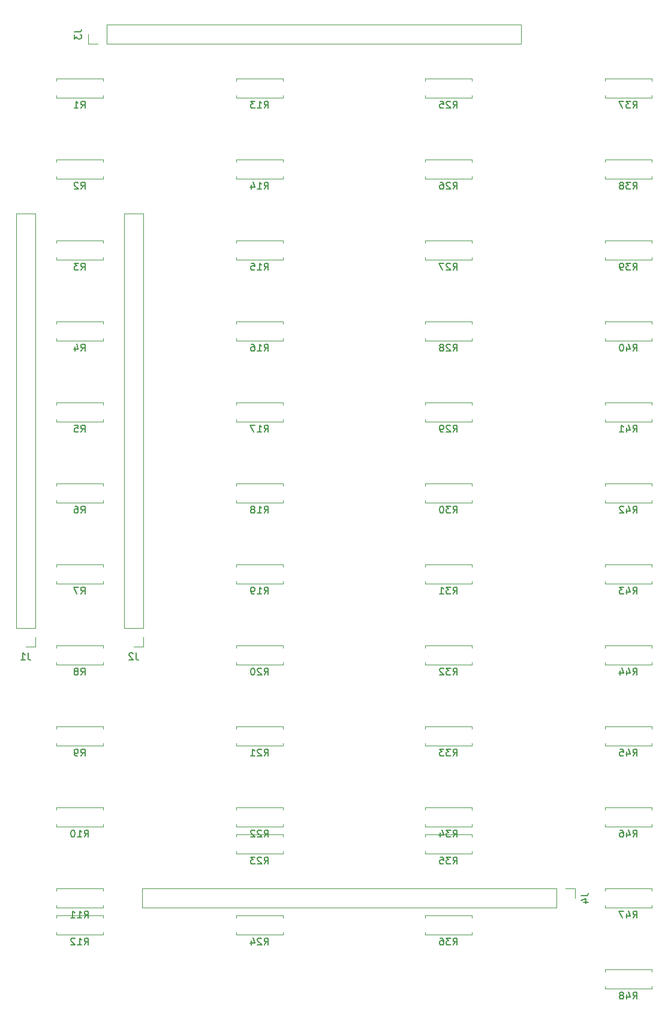
<source format=gbr>
G04 #@! TF.GenerationSoftware,KiCad,Pcbnew,(5.1.4)-1*
G04 #@! TF.CreationDate,2019-10-21T18:56:29-04:00*
G04 #@! TF.ProjectId,A-10C-CautionLED,412d3130-432d-4436-9175-74696f6e4c45,1*
G04 #@! TF.SameCoordinates,Original*
G04 #@! TF.FileFunction,Legend,Bot*
G04 #@! TF.FilePolarity,Positive*
%FSLAX46Y46*%
G04 Gerber Fmt 4.6, Leading zero omitted, Abs format (unit mm)*
G04 Created by KiCad (PCBNEW (5.1.4)-1) date 2019-10-21 18:56:29*
%MOMM*%
%LPD*%
G04 APERTURE LIST*
%ADD10C,0.120000*%
%ADD11C,0.150000*%
G04 APERTURE END LIST*
D10*
X52070000Y-119440000D02*
X53400000Y-119440000D01*
X53400000Y-119440000D02*
X53400000Y-118110000D01*
X53400000Y-116840000D02*
X53400000Y-58360000D01*
X50740000Y-58360000D02*
X53400000Y-58360000D01*
X50740000Y-116840000D02*
X50740000Y-58360000D01*
X50740000Y-116840000D02*
X53400000Y-116840000D01*
X65980000Y-116840000D02*
X68640000Y-116840000D01*
X65980000Y-116840000D02*
X65980000Y-58360000D01*
X65980000Y-58360000D02*
X68640000Y-58360000D01*
X68640000Y-116840000D02*
X68640000Y-58360000D01*
X68640000Y-119440000D02*
X68640000Y-118110000D01*
X67310000Y-119440000D02*
X68640000Y-119440000D01*
X60900000Y-33020000D02*
X60900000Y-34350000D01*
X60900000Y-34350000D02*
X62230000Y-34350000D01*
X63500000Y-34350000D02*
X121980000Y-34350000D01*
X121980000Y-31690000D02*
X121980000Y-34350000D01*
X63500000Y-31690000D02*
X121980000Y-31690000D01*
X63500000Y-31690000D02*
X63500000Y-34350000D01*
X127000000Y-156270000D02*
X127000000Y-153610000D01*
X127000000Y-156270000D02*
X68520000Y-156270000D01*
X68520000Y-156270000D02*
X68520000Y-153610000D01*
X127000000Y-153610000D02*
X68520000Y-153610000D01*
X129600000Y-153610000D02*
X128270000Y-153610000D01*
X129600000Y-154940000D02*
X129600000Y-153610000D01*
X62960000Y-39270000D02*
X62960000Y-39600000D01*
X56420000Y-39270000D02*
X62960000Y-39270000D01*
X56420000Y-39600000D02*
X56420000Y-39270000D01*
X62960000Y-42010000D02*
X62960000Y-41680000D01*
X56420000Y-42010000D02*
X62960000Y-42010000D01*
X56420000Y-41680000D02*
X56420000Y-42010000D01*
X62960000Y-50700000D02*
X62960000Y-51030000D01*
X56420000Y-50700000D02*
X62960000Y-50700000D01*
X56420000Y-51030000D02*
X56420000Y-50700000D01*
X62960000Y-53440000D02*
X62960000Y-53110000D01*
X56420000Y-53440000D02*
X62960000Y-53440000D01*
X56420000Y-53110000D02*
X56420000Y-53440000D01*
X56420000Y-64540000D02*
X56420000Y-64870000D01*
X56420000Y-64870000D02*
X62960000Y-64870000D01*
X62960000Y-64870000D02*
X62960000Y-64540000D01*
X56420000Y-62460000D02*
X56420000Y-62130000D01*
X56420000Y-62130000D02*
X62960000Y-62130000D01*
X62960000Y-62130000D02*
X62960000Y-62460000D01*
X56420000Y-75970000D02*
X56420000Y-76300000D01*
X56420000Y-76300000D02*
X62960000Y-76300000D01*
X62960000Y-76300000D02*
X62960000Y-75970000D01*
X56420000Y-73890000D02*
X56420000Y-73560000D01*
X56420000Y-73560000D02*
X62960000Y-73560000D01*
X62960000Y-73560000D02*
X62960000Y-73890000D01*
X56420000Y-87400000D02*
X56420000Y-87730000D01*
X56420000Y-87730000D02*
X62960000Y-87730000D01*
X62960000Y-87730000D02*
X62960000Y-87400000D01*
X56420000Y-85320000D02*
X56420000Y-84990000D01*
X56420000Y-84990000D02*
X62960000Y-84990000D01*
X62960000Y-84990000D02*
X62960000Y-85320000D01*
X56420000Y-98830000D02*
X56420000Y-99160000D01*
X56420000Y-99160000D02*
X62960000Y-99160000D01*
X62960000Y-99160000D02*
X62960000Y-98830000D01*
X56420000Y-96750000D02*
X56420000Y-96420000D01*
X56420000Y-96420000D02*
X62960000Y-96420000D01*
X62960000Y-96420000D02*
X62960000Y-96750000D01*
X56420000Y-110260000D02*
X56420000Y-110590000D01*
X56420000Y-110590000D02*
X62960000Y-110590000D01*
X62960000Y-110590000D02*
X62960000Y-110260000D01*
X56420000Y-108180000D02*
X56420000Y-107850000D01*
X56420000Y-107850000D02*
X62960000Y-107850000D01*
X62960000Y-107850000D02*
X62960000Y-108180000D01*
X56420000Y-121690000D02*
X56420000Y-122020000D01*
X56420000Y-122020000D02*
X62960000Y-122020000D01*
X62960000Y-122020000D02*
X62960000Y-121690000D01*
X56420000Y-119610000D02*
X56420000Y-119280000D01*
X56420000Y-119280000D02*
X62960000Y-119280000D01*
X62960000Y-119280000D02*
X62960000Y-119610000D01*
X56420000Y-133120000D02*
X56420000Y-133450000D01*
X56420000Y-133450000D02*
X62960000Y-133450000D01*
X62960000Y-133450000D02*
X62960000Y-133120000D01*
X56420000Y-131040000D02*
X56420000Y-130710000D01*
X56420000Y-130710000D02*
X62960000Y-130710000D01*
X62960000Y-130710000D02*
X62960000Y-131040000D01*
X62960000Y-142140000D02*
X62960000Y-142470000D01*
X56420000Y-142140000D02*
X62960000Y-142140000D01*
X56420000Y-142470000D02*
X56420000Y-142140000D01*
X62960000Y-144880000D02*
X62960000Y-144550000D01*
X56420000Y-144880000D02*
X62960000Y-144880000D01*
X56420000Y-144550000D02*
X56420000Y-144880000D01*
X56420000Y-155980000D02*
X56420000Y-156310000D01*
X56420000Y-156310000D02*
X62960000Y-156310000D01*
X62960000Y-156310000D02*
X62960000Y-155980000D01*
X56420000Y-153900000D02*
X56420000Y-153570000D01*
X56420000Y-153570000D02*
X62960000Y-153570000D01*
X62960000Y-153570000D02*
X62960000Y-153900000D01*
X62960000Y-157380000D02*
X62960000Y-157710000D01*
X56420000Y-157380000D02*
X62960000Y-157380000D01*
X56420000Y-157710000D02*
X56420000Y-157380000D01*
X62960000Y-160120000D02*
X62960000Y-159790000D01*
X56420000Y-160120000D02*
X62960000Y-160120000D01*
X56420000Y-159790000D02*
X56420000Y-160120000D01*
X81820000Y-41680000D02*
X81820000Y-42010000D01*
X81820000Y-42010000D02*
X88360000Y-42010000D01*
X88360000Y-42010000D02*
X88360000Y-41680000D01*
X81820000Y-39600000D02*
X81820000Y-39270000D01*
X81820000Y-39270000D02*
X88360000Y-39270000D01*
X88360000Y-39270000D02*
X88360000Y-39600000D01*
X81820000Y-53110000D02*
X81820000Y-53440000D01*
X81820000Y-53440000D02*
X88360000Y-53440000D01*
X88360000Y-53440000D02*
X88360000Y-53110000D01*
X81820000Y-51030000D02*
X81820000Y-50700000D01*
X81820000Y-50700000D02*
X88360000Y-50700000D01*
X88360000Y-50700000D02*
X88360000Y-51030000D01*
X88360000Y-62130000D02*
X88360000Y-62460000D01*
X81820000Y-62130000D02*
X88360000Y-62130000D01*
X81820000Y-62460000D02*
X81820000Y-62130000D01*
X88360000Y-64870000D02*
X88360000Y-64540000D01*
X81820000Y-64870000D02*
X88360000Y-64870000D01*
X81820000Y-64540000D02*
X81820000Y-64870000D01*
X81820000Y-75970000D02*
X81820000Y-76300000D01*
X81820000Y-76300000D02*
X88360000Y-76300000D01*
X88360000Y-76300000D02*
X88360000Y-75970000D01*
X81820000Y-73890000D02*
X81820000Y-73560000D01*
X81820000Y-73560000D02*
X88360000Y-73560000D01*
X88360000Y-73560000D02*
X88360000Y-73890000D01*
X88360000Y-84990000D02*
X88360000Y-85320000D01*
X81820000Y-84990000D02*
X88360000Y-84990000D01*
X81820000Y-85320000D02*
X81820000Y-84990000D01*
X88360000Y-87730000D02*
X88360000Y-87400000D01*
X81820000Y-87730000D02*
X88360000Y-87730000D01*
X81820000Y-87400000D02*
X81820000Y-87730000D01*
X88360000Y-96420000D02*
X88360000Y-96750000D01*
X81820000Y-96420000D02*
X88360000Y-96420000D01*
X81820000Y-96750000D02*
X81820000Y-96420000D01*
X88360000Y-99160000D02*
X88360000Y-98830000D01*
X81820000Y-99160000D02*
X88360000Y-99160000D01*
X81820000Y-98830000D02*
X81820000Y-99160000D01*
X88360000Y-107850000D02*
X88360000Y-108180000D01*
X81820000Y-107850000D02*
X88360000Y-107850000D01*
X81820000Y-108180000D02*
X81820000Y-107850000D01*
X88360000Y-110590000D02*
X88360000Y-110260000D01*
X81820000Y-110590000D02*
X88360000Y-110590000D01*
X81820000Y-110260000D02*
X81820000Y-110590000D01*
X88360000Y-119280000D02*
X88360000Y-119610000D01*
X81820000Y-119280000D02*
X88360000Y-119280000D01*
X81820000Y-119610000D02*
X81820000Y-119280000D01*
X88360000Y-122020000D02*
X88360000Y-121690000D01*
X81820000Y-122020000D02*
X88360000Y-122020000D01*
X81820000Y-121690000D02*
X81820000Y-122020000D01*
X88360000Y-130710000D02*
X88360000Y-131040000D01*
X81820000Y-130710000D02*
X88360000Y-130710000D01*
X81820000Y-131040000D02*
X81820000Y-130710000D01*
X88360000Y-133450000D02*
X88360000Y-133120000D01*
X81820000Y-133450000D02*
X88360000Y-133450000D01*
X81820000Y-133120000D02*
X81820000Y-133450000D01*
X88360000Y-142140000D02*
X88360000Y-142470000D01*
X81820000Y-142140000D02*
X88360000Y-142140000D01*
X81820000Y-142470000D02*
X81820000Y-142140000D01*
X88360000Y-144880000D02*
X88360000Y-144550000D01*
X81820000Y-144880000D02*
X88360000Y-144880000D01*
X81820000Y-144550000D02*
X81820000Y-144880000D01*
X81820000Y-148360000D02*
X81820000Y-148690000D01*
X81820000Y-148690000D02*
X88360000Y-148690000D01*
X88360000Y-148690000D02*
X88360000Y-148360000D01*
X81820000Y-146280000D02*
X81820000Y-145950000D01*
X81820000Y-145950000D02*
X88360000Y-145950000D01*
X88360000Y-145950000D02*
X88360000Y-146280000D01*
X81820000Y-159790000D02*
X81820000Y-160120000D01*
X81820000Y-160120000D02*
X88360000Y-160120000D01*
X88360000Y-160120000D02*
X88360000Y-159790000D01*
X81820000Y-157710000D02*
X81820000Y-157380000D01*
X81820000Y-157380000D02*
X88360000Y-157380000D01*
X88360000Y-157380000D02*
X88360000Y-157710000D01*
X108490000Y-41680000D02*
X108490000Y-42010000D01*
X108490000Y-42010000D02*
X115030000Y-42010000D01*
X115030000Y-42010000D02*
X115030000Y-41680000D01*
X108490000Y-39600000D02*
X108490000Y-39270000D01*
X108490000Y-39270000D02*
X115030000Y-39270000D01*
X115030000Y-39270000D02*
X115030000Y-39600000D01*
X108490000Y-53110000D02*
X108490000Y-53440000D01*
X108490000Y-53440000D02*
X115030000Y-53440000D01*
X115030000Y-53440000D02*
X115030000Y-53110000D01*
X108490000Y-51030000D02*
X108490000Y-50700000D01*
X108490000Y-50700000D02*
X115030000Y-50700000D01*
X115030000Y-50700000D02*
X115030000Y-51030000D01*
X115030000Y-62130000D02*
X115030000Y-62460000D01*
X108490000Y-62130000D02*
X115030000Y-62130000D01*
X108490000Y-62460000D02*
X108490000Y-62130000D01*
X115030000Y-64870000D02*
X115030000Y-64540000D01*
X108490000Y-64870000D02*
X115030000Y-64870000D01*
X108490000Y-64540000D02*
X108490000Y-64870000D01*
X108490000Y-75970000D02*
X108490000Y-76300000D01*
X108490000Y-76300000D02*
X115030000Y-76300000D01*
X115030000Y-76300000D02*
X115030000Y-75970000D01*
X108490000Y-73890000D02*
X108490000Y-73560000D01*
X108490000Y-73560000D02*
X115030000Y-73560000D01*
X115030000Y-73560000D02*
X115030000Y-73890000D01*
X115030000Y-84990000D02*
X115030000Y-85320000D01*
X108490000Y-84990000D02*
X115030000Y-84990000D01*
X108490000Y-85320000D02*
X108490000Y-84990000D01*
X115030000Y-87730000D02*
X115030000Y-87400000D01*
X108490000Y-87730000D02*
X115030000Y-87730000D01*
X108490000Y-87400000D02*
X108490000Y-87730000D01*
X115030000Y-96420000D02*
X115030000Y-96750000D01*
X108490000Y-96420000D02*
X115030000Y-96420000D01*
X108490000Y-96750000D02*
X108490000Y-96420000D01*
X115030000Y-99160000D02*
X115030000Y-98830000D01*
X108490000Y-99160000D02*
X115030000Y-99160000D01*
X108490000Y-98830000D02*
X108490000Y-99160000D01*
X115030000Y-107850000D02*
X115030000Y-108180000D01*
X108490000Y-107850000D02*
X115030000Y-107850000D01*
X108490000Y-108180000D02*
X108490000Y-107850000D01*
X115030000Y-110590000D02*
X115030000Y-110260000D01*
X108490000Y-110590000D02*
X115030000Y-110590000D01*
X108490000Y-110260000D02*
X108490000Y-110590000D01*
X115030000Y-119280000D02*
X115030000Y-119610000D01*
X108490000Y-119280000D02*
X115030000Y-119280000D01*
X108490000Y-119610000D02*
X108490000Y-119280000D01*
X115030000Y-122020000D02*
X115030000Y-121690000D01*
X108490000Y-122020000D02*
X115030000Y-122020000D01*
X108490000Y-121690000D02*
X108490000Y-122020000D01*
X108490000Y-133120000D02*
X108490000Y-133450000D01*
X108490000Y-133450000D02*
X115030000Y-133450000D01*
X115030000Y-133450000D02*
X115030000Y-133120000D01*
X108490000Y-131040000D02*
X108490000Y-130710000D01*
X108490000Y-130710000D02*
X115030000Y-130710000D01*
X115030000Y-130710000D02*
X115030000Y-131040000D01*
X108490000Y-144550000D02*
X108490000Y-144880000D01*
X108490000Y-144880000D02*
X115030000Y-144880000D01*
X115030000Y-144880000D02*
X115030000Y-144550000D01*
X108490000Y-142470000D02*
X108490000Y-142140000D01*
X108490000Y-142140000D02*
X115030000Y-142140000D01*
X115030000Y-142140000D02*
X115030000Y-142470000D01*
X108490000Y-148360000D02*
X108490000Y-148690000D01*
X108490000Y-148690000D02*
X115030000Y-148690000D01*
X115030000Y-148690000D02*
X115030000Y-148360000D01*
X108490000Y-146280000D02*
X108490000Y-145950000D01*
X108490000Y-145950000D02*
X115030000Y-145950000D01*
X115030000Y-145950000D02*
X115030000Y-146280000D01*
X115030000Y-157380000D02*
X115030000Y-157710000D01*
X108490000Y-157380000D02*
X115030000Y-157380000D01*
X108490000Y-157710000D02*
X108490000Y-157380000D01*
X115030000Y-160120000D02*
X115030000Y-159790000D01*
X108490000Y-160120000D02*
X115030000Y-160120000D01*
X108490000Y-159790000D02*
X108490000Y-160120000D01*
X140430000Y-39270000D02*
X140430000Y-39600000D01*
X133890000Y-39270000D02*
X140430000Y-39270000D01*
X133890000Y-39600000D02*
X133890000Y-39270000D01*
X140430000Y-42010000D02*
X140430000Y-41680000D01*
X133890000Y-42010000D02*
X140430000Y-42010000D01*
X133890000Y-41680000D02*
X133890000Y-42010000D01*
X140430000Y-50700000D02*
X140430000Y-51030000D01*
X133890000Y-50700000D02*
X140430000Y-50700000D01*
X133890000Y-51030000D02*
X133890000Y-50700000D01*
X140430000Y-53440000D02*
X140430000Y-53110000D01*
X133890000Y-53440000D02*
X140430000Y-53440000D01*
X133890000Y-53110000D02*
X133890000Y-53440000D01*
X140430000Y-62130000D02*
X140430000Y-62460000D01*
X133890000Y-62130000D02*
X140430000Y-62130000D01*
X133890000Y-62460000D02*
X133890000Y-62130000D01*
X140430000Y-64870000D02*
X140430000Y-64540000D01*
X133890000Y-64870000D02*
X140430000Y-64870000D01*
X133890000Y-64540000D02*
X133890000Y-64870000D01*
X140430000Y-73560000D02*
X140430000Y-73890000D01*
X133890000Y-73560000D02*
X140430000Y-73560000D01*
X133890000Y-73890000D02*
X133890000Y-73560000D01*
X140430000Y-76300000D02*
X140430000Y-75970000D01*
X133890000Y-76300000D02*
X140430000Y-76300000D01*
X133890000Y-75970000D02*
X133890000Y-76300000D01*
X133890000Y-87400000D02*
X133890000Y-87730000D01*
X133890000Y-87730000D02*
X140430000Y-87730000D01*
X140430000Y-87730000D02*
X140430000Y-87400000D01*
X133890000Y-85320000D02*
X133890000Y-84990000D01*
X133890000Y-84990000D02*
X140430000Y-84990000D01*
X140430000Y-84990000D02*
X140430000Y-85320000D01*
X133890000Y-98830000D02*
X133890000Y-99160000D01*
X133890000Y-99160000D02*
X140430000Y-99160000D01*
X140430000Y-99160000D02*
X140430000Y-98830000D01*
X133890000Y-96750000D02*
X133890000Y-96420000D01*
X133890000Y-96420000D02*
X140430000Y-96420000D01*
X140430000Y-96420000D02*
X140430000Y-96750000D01*
X133890000Y-110260000D02*
X133890000Y-110590000D01*
X133890000Y-110590000D02*
X140430000Y-110590000D01*
X140430000Y-110590000D02*
X140430000Y-110260000D01*
X133890000Y-108180000D02*
X133890000Y-107850000D01*
X133890000Y-107850000D02*
X140430000Y-107850000D01*
X140430000Y-107850000D02*
X140430000Y-108180000D01*
X133890000Y-121690000D02*
X133890000Y-122020000D01*
X133890000Y-122020000D02*
X140430000Y-122020000D01*
X140430000Y-122020000D02*
X140430000Y-121690000D01*
X133890000Y-119610000D02*
X133890000Y-119280000D01*
X133890000Y-119280000D02*
X140430000Y-119280000D01*
X140430000Y-119280000D02*
X140430000Y-119610000D01*
X140430000Y-130710000D02*
X140430000Y-131040000D01*
X133890000Y-130710000D02*
X140430000Y-130710000D01*
X133890000Y-131040000D02*
X133890000Y-130710000D01*
X140430000Y-133450000D02*
X140430000Y-133120000D01*
X133890000Y-133450000D02*
X140430000Y-133450000D01*
X133890000Y-133120000D02*
X133890000Y-133450000D01*
X140430000Y-142140000D02*
X140430000Y-142470000D01*
X133890000Y-142140000D02*
X140430000Y-142140000D01*
X133890000Y-142470000D02*
X133890000Y-142140000D01*
X140430000Y-144880000D02*
X140430000Y-144550000D01*
X133890000Y-144880000D02*
X140430000Y-144880000D01*
X133890000Y-144550000D02*
X133890000Y-144880000D01*
X140430000Y-153570000D02*
X140430000Y-153900000D01*
X133890000Y-153570000D02*
X140430000Y-153570000D01*
X133890000Y-153900000D02*
X133890000Y-153570000D01*
X140430000Y-156310000D02*
X140430000Y-155980000D01*
X133890000Y-156310000D02*
X140430000Y-156310000D01*
X133890000Y-155980000D02*
X133890000Y-156310000D01*
X133890000Y-167410000D02*
X133890000Y-167740000D01*
X133890000Y-167740000D02*
X140430000Y-167740000D01*
X140430000Y-167740000D02*
X140430000Y-167410000D01*
X133890000Y-165330000D02*
X133890000Y-165000000D01*
X133890000Y-165000000D02*
X140430000Y-165000000D01*
X140430000Y-165000000D02*
X140430000Y-165330000D01*
D11*
X52403333Y-120332380D02*
X52403333Y-121046666D01*
X52450952Y-121189523D01*
X52546190Y-121284761D01*
X52689047Y-121332380D01*
X52784285Y-121332380D01*
X51403333Y-121332380D02*
X51974761Y-121332380D01*
X51689047Y-121332380D02*
X51689047Y-120332380D01*
X51784285Y-120475238D01*
X51879523Y-120570476D01*
X51974761Y-120618095D01*
X67643333Y-120332380D02*
X67643333Y-121046666D01*
X67690952Y-121189523D01*
X67786190Y-121284761D01*
X67929047Y-121332380D01*
X68024285Y-121332380D01*
X67214761Y-120427619D02*
X67167142Y-120380000D01*
X67071904Y-120332380D01*
X66833809Y-120332380D01*
X66738571Y-120380000D01*
X66690952Y-120427619D01*
X66643333Y-120522857D01*
X66643333Y-120618095D01*
X66690952Y-120760952D01*
X67262380Y-121332380D01*
X66643333Y-121332380D01*
X58912380Y-32686666D02*
X59626666Y-32686666D01*
X59769523Y-32639047D01*
X59864761Y-32543809D01*
X59912380Y-32400952D01*
X59912380Y-32305714D01*
X58912380Y-33067619D02*
X58912380Y-33686666D01*
X59293333Y-33353333D01*
X59293333Y-33496190D01*
X59340952Y-33591428D01*
X59388571Y-33639047D01*
X59483809Y-33686666D01*
X59721904Y-33686666D01*
X59817142Y-33639047D01*
X59864761Y-33591428D01*
X59912380Y-33496190D01*
X59912380Y-33210476D01*
X59864761Y-33115238D01*
X59817142Y-33067619D01*
X130492380Y-154606666D02*
X131206666Y-154606666D01*
X131349523Y-154559047D01*
X131444761Y-154463809D01*
X131492380Y-154320952D01*
X131492380Y-154225714D01*
X130825714Y-155511428D02*
X131492380Y-155511428D01*
X130444761Y-155273333D02*
X131159047Y-155035238D01*
X131159047Y-155654285D01*
X59856666Y-43462380D02*
X60190000Y-42986190D01*
X60428095Y-43462380D02*
X60428095Y-42462380D01*
X60047142Y-42462380D01*
X59951904Y-42510000D01*
X59904285Y-42557619D01*
X59856666Y-42652857D01*
X59856666Y-42795714D01*
X59904285Y-42890952D01*
X59951904Y-42938571D01*
X60047142Y-42986190D01*
X60428095Y-42986190D01*
X58904285Y-43462380D02*
X59475714Y-43462380D01*
X59190000Y-43462380D02*
X59190000Y-42462380D01*
X59285238Y-42605238D01*
X59380476Y-42700476D01*
X59475714Y-42748095D01*
X59856666Y-54892380D02*
X60190000Y-54416190D01*
X60428095Y-54892380D02*
X60428095Y-53892380D01*
X60047142Y-53892380D01*
X59951904Y-53940000D01*
X59904285Y-53987619D01*
X59856666Y-54082857D01*
X59856666Y-54225714D01*
X59904285Y-54320952D01*
X59951904Y-54368571D01*
X60047142Y-54416190D01*
X60428095Y-54416190D01*
X59475714Y-53987619D02*
X59428095Y-53940000D01*
X59332857Y-53892380D01*
X59094761Y-53892380D01*
X58999523Y-53940000D01*
X58951904Y-53987619D01*
X58904285Y-54082857D01*
X58904285Y-54178095D01*
X58951904Y-54320952D01*
X59523333Y-54892380D01*
X58904285Y-54892380D01*
X59856666Y-66322380D02*
X60190000Y-65846190D01*
X60428095Y-66322380D02*
X60428095Y-65322380D01*
X60047142Y-65322380D01*
X59951904Y-65370000D01*
X59904285Y-65417619D01*
X59856666Y-65512857D01*
X59856666Y-65655714D01*
X59904285Y-65750952D01*
X59951904Y-65798571D01*
X60047142Y-65846190D01*
X60428095Y-65846190D01*
X59523333Y-65322380D02*
X58904285Y-65322380D01*
X59237619Y-65703333D01*
X59094761Y-65703333D01*
X58999523Y-65750952D01*
X58951904Y-65798571D01*
X58904285Y-65893809D01*
X58904285Y-66131904D01*
X58951904Y-66227142D01*
X58999523Y-66274761D01*
X59094761Y-66322380D01*
X59380476Y-66322380D01*
X59475714Y-66274761D01*
X59523333Y-66227142D01*
X59856666Y-77752380D02*
X60190000Y-77276190D01*
X60428095Y-77752380D02*
X60428095Y-76752380D01*
X60047142Y-76752380D01*
X59951904Y-76800000D01*
X59904285Y-76847619D01*
X59856666Y-76942857D01*
X59856666Y-77085714D01*
X59904285Y-77180952D01*
X59951904Y-77228571D01*
X60047142Y-77276190D01*
X60428095Y-77276190D01*
X58999523Y-77085714D02*
X58999523Y-77752380D01*
X59237619Y-76704761D02*
X59475714Y-77419047D01*
X58856666Y-77419047D01*
X59856666Y-89182380D02*
X60190000Y-88706190D01*
X60428095Y-89182380D02*
X60428095Y-88182380D01*
X60047142Y-88182380D01*
X59951904Y-88230000D01*
X59904285Y-88277619D01*
X59856666Y-88372857D01*
X59856666Y-88515714D01*
X59904285Y-88610952D01*
X59951904Y-88658571D01*
X60047142Y-88706190D01*
X60428095Y-88706190D01*
X58951904Y-88182380D02*
X59428095Y-88182380D01*
X59475714Y-88658571D01*
X59428095Y-88610952D01*
X59332857Y-88563333D01*
X59094761Y-88563333D01*
X58999523Y-88610952D01*
X58951904Y-88658571D01*
X58904285Y-88753809D01*
X58904285Y-88991904D01*
X58951904Y-89087142D01*
X58999523Y-89134761D01*
X59094761Y-89182380D01*
X59332857Y-89182380D01*
X59428095Y-89134761D01*
X59475714Y-89087142D01*
X59856666Y-100612380D02*
X60190000Y-100136190D01*
X60428095Y-100612380D02*
X60428095Y-99612380D01*
X60047142Y-99612380D01*
X59951904Y-99660000D01*
X59904285Y-99707619D01*
X59856666Y-99802857D01*
X59856666Y-99945714D01*
X59904285Y-100040952D01*
X59951904Y-100088571D01*
X60047142Y-100136190D01*
X60428095Y-100136190D01*
X58999523Y-99612380D02*
X59190000Y-99612380D01*
X59285238Y-99660000D01*
X59332857Y-99707619D01*
X59428095Y-99850476D01*
X59475714Y-100040952D01*
X59475714Y-100421904D01*
X59428095Y-100517142D01*
X59380476Y-100564761D01*
X59285238Y-100612380D01*
X59094761Y-100612380D01*
X58999523Y-100564761D01*
X58951904Y-100517142D01*
X58904285Y-100421904D01*
X58904285Y-100183809D01*
X58951904Y-100088571D01*
X58999523Y-100040952D01*
X59094761Y-99993333D01*
X59285238Y-99993333D01*
X59380476Y-100040952D01*
X59428095Y-100088571D01*
X59475714Y-100183809D01*
X59856666Y-112042380D02*
X60190000Y-111566190D01*
X60428095Y-112042380D02*
X60428095Y-111042380D01*
X60047142Y-111042380D01*
X59951904Y-111090000D01*
X59904285Y-111137619D01*
X59856666Y-111232857D01*
X59856666Y-111375714D01*
X59904285Y-111470952D01*
X59951904Y-111518571D01*
X60047142Y-111566190D01*
X60428095Y-111566190D01*
X59523333Y-111042380D02*
X58856666Y-111042380D01*
X59285238Y-112042380D01*
X59856666Y-123472380D02*
X60190000Y-122996190D01*
X60428095Y-123472380D02*
X60428095Y-122472380D01*
X60047142Y-122472380D01*
X59951904Y-122520000D01*
X59904285Y-122567619D01*
X59856666Y-122662857D01*
X59856666Y-122805714D01*
X59904285Y-122900952D01*
X59951904Y-122948571D01*
X60047142Y-122996190D01*
X60428095Y-122996190D01*
X59285238Y-122900952D02*
X59380476Y-122853333D01*
X59428095Y-122805714D01*
X59475714Y-122710476D01*
X59475714Y-122662857D01*
X59428095Y-122567619D01*
X59380476Y-122520000D01*
X59285238Y-122472380D01*
X59094761Y-122472380D01*
X58999523Y-122520000D01*
X58951904Y-122567619D01*
X58904285Y-122662857D01*
X58904285Y-122710476D01*
X58951904Y-122805714D01*
X58999523Y-122853333D01*
X59094761Y-122900952D01*
X59285238Y-122900952D01*
X59380476Y-122948571D01*
X59428095Y-122996190D01*
X59475714Y-123091428D01*
X59475714Y-123281904D01*
X59428095Y-123377142D01*
X59380476Y-123424761D01*
X59285238Y-123472380D01*
X59094761Y-123472380D01*
X58999523Y-123424761D01*
X58951904Y-123377142D01*
X58904285Y-123281904D01*
X58904285Y-123091428D01*
X58951904Y-122996190D01*
X58999523Y-122948571D01*
X59094761Y-122900952D01*
X59856666Y-134902380D02*
X60190000Y-134426190D01*
X60428095Y-134902380D02*
X60428095Y-133902380D01*
X60047142Y-133902380D01*
X59951904Y-133950000D01*
X59904285Y-133997619D01*
X59856666Y-134092857D01*
X59856666Y-134235714D01*
X59904285Y-134330952D01*
X59951904Y-134378571D01*
X60047142Y-134426190D01*
X60428095Y-134426190D01*
X59380476Y-134902380D02*
X59190000Y-134902380D01*
X59094761Y-134854761D01*
X59047142Y-134807142D01*
X58951904Y-134664285D01*
X58904285Y-134473809D01*
X58904285Y-134092857D01*
X58951904Y-133997619D01*
X58999523Y-133950000D01*
X59094761Y-133902380D01*
X59285238Y-133902380D01*
X59380476Y-133950000D01*
X59428095Y-133997619D01*
X59475714Y-134092857D01*
X59475714Y-134330952D01*
X59428095Y-134426190D01*
X59380476Y-134473809D01*
X59285238Y-134521428D01*
X59094761Y-134521428D01*
X58999523Y-134473809D01*
X58951904Y-134426190D01*
X58904285Y-134330952D01*
X60332857Y-146332380D02*
X60666190Y-145856190D01*
X60904285Y-146332380D02*
X60904285Y-145332380D01*
X60523333Y-145332380D01*
X60428095Y-145380000D01*
X60380476Y-145427619D01*
X60332857Y-145522857D01*
X60332857Y-145665714D01*
X60380476Y-145760952D01*
X60428095Y-145808571D01*
X60523333Y-145856190D01*
X60904285Y-145856190D01*
X59380476Y-146332380D02*
X59951904Y-146332380D01*
X59666190Y-146332380D02*
X59666190Y-145332380D01*
X59761428Y-145475238D01*
X59856666Y-145570476D01*
X59951904Y-145618095D01*
X58761428Y-145332380D02*
X58666190Y-145332380D01*
X58570952Y-145380000D01*
X58523333Y-145427619D01*
X58475714Y-145522857D01*
X58428095Y-145713333D01*
X58428095Y-145951428D01*
X58475714Y-146141904D01*
X58523333Y-146237142D01*
X58570952Y-146284761D01*
X58666190Y-146332380D01*
X58761428Y-146332380D01*
X58856666Y-146284761D01*
X58904285Y-146237142D01*
X58951904Y-146141904D01*
X58999523Y-145951428D01*
X58999523Y-145713333D01*
X58951904Y-145522857D01*
X58904285Y-145427619D01*
X58856666Y-145380000D01*
X58761428Y-145332380D01*
X60332857Y-157762380D02*
X60666190Y-157286190D01*
X60904285Y-157762380D02*
X60904285Y-156762380D01*
X60523333Y-156762380D01*
X60428095Y-156810000D01*
X60380476Y-156857619D01*
X60332857Y-156952857D01*
X60332857Y-157095714D01*
X60380476Y-157190952D01*
X60428095Y-157238571D01*
X60523333Y-157286190D01*
X60904285Y-157286190D01*
X59380476Y-157762380D02*
X59951904Y-157762380D01*
X59666190Y-157762380D02*
X59666190Y-156762380D01*
X59761428Y-156905238D01*
X59856666Y-157000476D01*
X59951904Y-157048095D01*
X58428095Y-157762380D02*
X58999523Y-157762380D01*
X58713809Y-157762380D02*
X58713809Y-156762380D01*
X58809047Y-156905238D01*
X58904285Y-157000476D01*
X58999523Y-157048095D01*
X60332857Y-161572380D02*
X60666190Y-161096190D01*
X60904285Y-161572380D02*
X60904285Y-160572380D01*
X60523333Y-160572380D01*
X60428095Y-160620000D01*
X60380476Y-160667619D01*
X60332857Y-160762857D01*
X60332857Y-160905714D01*
X60380476Y-161000952D01*
X60428095Y-161048571D01*
X60523333Y-161096190D01*
X60904285Y-161096190D01*
X59380476Y-161572380D02*
X59951904Y-161572380D01*
X59666190Y-161572380D02*
X59666190Y-160572380D01*
X59761428Y-160715238D01*
X59856666Y-160810476D01*
X59951904Y-160858095D01*
X58999523Y-160667619D02*
X58951904Y-160620000D01*
X58856666Y-160572380D01*
X58618571Y-160572380D01*
X58523333Y-160620000D01*
X58475714Y-160667619D01*
X58428095Y-160762857D01*
X58428095Y-160858095D01*
X58475714Y-161000952D01*
X59047142Y-161572380D01*
X58428095Y-161572380D01*
X85732857Y-43462380D02*
X86066190Y-42986190D01*
X86304285Y-43462380D02*
X86304285Y-42462380D01*
X85923333Y-42462380D01*
X85828095Y-42510000D01*
X85780476Y-42557619D01*
X85732857Y-42652857D01*
X85732857Y-42795714D01*
X85780476Y-42890952D01*
X85828095Y-42938571D01*
X85923333Y-42986190D01*
X86304285Y-42986190D01*
X84780476Y-43462380D02*
X85351904Y-43462380D01*
X85066190Y-43462380D02*
X85066190Y-42462380D01*
X85161428Y-42605238D01*
X85256666Y-42700476D01*
X85351904Y-42748095D01*
X84447142Y-42462380D02*
X83828095Y-42462380D01*
X84161428Y-42843333D01*
X84018571Y-42843333D01*
X83923333Y-42890952D01*
X83875714Y-42938571D01*
X83828095Y-43033809D01*
X83828095Y-43271904D01*
X83875714Y-43367142D01*
X83923333Y-43414761D01*
X84018571Y-43462380D01*
X84304285Y-43462380D01*
X84399523Y-43414761D01*
X84447142Y-43367142D01*
X85732857Y-54892380D02*
X86066190Y-54416190D01*
X86304285Y-54892380D02*
X86304285Y-53892380D01*
X85923333Y-53892380D01*
X85828095Y-53940000D01*
X85780476Y-53987619D01*
X85732857Y-54082857D01*
X85732857Y-54225714D01*
X85780476Y-54320952D01*
X85828095Y-54368571D01*
X85923333Y-54416190D01*
X86304285Y-54416190D01*
X84780476Y-54892380D02*
X85351904Y-54892380D01*
X85066190Y-54892380D02*
X85066190Y-53892380D01*
X85161428Y-54035238D01*
X85256666Y-54130476D01*
X85351904Y-54178095D01*
X83923333Y-54225714D02*
X83923333Y-54892380D01*
X84161428Y-53844761D02*
X84399523Y-54559047D01*
X83780476Y-54559047D01*
X85732857Y-66322380D02*
X86066190Y-65846190D01*
X86304285Y-66322380D02*
X86304285Y-65322380D01*
X85923333Y-65322380D01*
X85828095Y-65370000D01*
X85780476Y-65417619D01*
X85732857Y-65512857D01*
X85732857Y-65655714D01*
X85780476Y-65750952D01*
X85828095Y-65798571D01*
X85923333Y-65846190D01*
X86304285Y-65846190D01*
X84780476Y-66322380D02*
X85351904Y-66322380D01*
X85066190Y-66322380D02*
X85066190Y-65322380D01*
X85161428Y-65465238D01*
X85256666Y-65560476D01*
X85351904Y-65608095D01*
X83875714Y-65322380D02*
X84351904Y-65322380D01*
X84399523Y-65798571D01*
X84351904Y-65750952D01*
X84256666Y-65703333D01*
X84018571Y-65703333D01*
X83923333Y-65750952D01*
X83875714Y-65798571D01*
X83828095Y-65893809D01*
X83828095Y-66131904D01*
X83875714Y-66227142D01*
X83923333Y-66274761D01*
X84018571Y-66322380D01*
X84256666Y-66322380D01*
X84351904Y-66274761D01*
X84399523Y-66227142D01*
X85732857Y-77752380D02*
X86066190Y-77276190D01*
X86304285Y-77752380D02*
X86304285Y-76752380D01*
X85923333Y-76752380D01*
X85828095Y-76800000D01*
X85780476Y-76847619D01*
X85732857Y-76942857D01*
X85732857Y-77085714D01*
X85780476Y-77180952D01*
X85828095Y-77228571D01*
X85923333Y-77276190D01*
X86304285Y-77276190D01*
X84780476Y-77752380D02*
X85351904Y-77752380D01*
X85066190Y-77752380D02*
X85066190Y-76752380D01*
X85161428Y-76895238D01*
X85256666Y-76990476D01*
X85351904Y-77038095D01*
X83923333Y-76752380D02*
X84113809Y-76752380D01*
X84209047Y-76800000D01*
X84256666Y-76847619D01*
X84351904Y-76990476D01*
X84399523Y-77180952D01*
X84399523Y-77561904D01*
X84351904Y-77657142D01*
X84304285Y-77704761D01*
X84209047Y-77752380D01*
X84018571Y-77752380D01*
X83923333Y-77704761D01*
X83875714Y-77657142D01*
X83828095Y-77561904D01*
X83828095Y-77323809D01*
X83875714Y-77228571D01*
X83923333Y-77180952D01*
X84018571Y-77133333D01*
X84209047Y-77133333D01*
X84304285Y-77180952D01*
X84351904Y-77228571D01*
X84399523Y-77323809D01*
X85732857Y-89182380D02*
X86066190Y-88706190D01*
X86304285Y-89182380D02*
X86304285Y-88182380D01*
X85923333Y-88182380D01*
X85828095Y-88230000D01*
X85780476Y-88277619D01*
X85732857Y-88372857D01*
X85732857Y-88515714D01*
X85780476Y-88610952D01*
X85828095Y-88658571D01*
X85923333Y-88706190D01*
X86304285Y-88706190D01*
X84780476Y-89182380D02*
X85351904Y-89182380D01*
X85066190Y-89182380D02*
X85066190Y-88182380D01*
X85161428Y-88325238D01*
X85256666Y-88420476D01*
X85351904Y-88468095D01*
X84447142Y-88182380D02*
X83780476Y-88182380D01*
X84209047Y-89182380D01*
X85732857Y-100612380D02*
X86066190Y-100136190D01*
X86304285Y-100612380D02*
X86304285Y-99612380D01*
X85923333Y-99612380D01*
X85828095Y-99660000D01*
X85780476Y-99707619D01*
X85732857Y-99802857D01*
X85732857Y-99945714D01*
X85780476Y-100040952D01*
X85828095Y-100088571D01*
X85923333Y-100136190D01*
X86304285Y-100136190D01*
X84780476Y-100612380D02*
X85351904Y-100612380D01*
X85066190Y-100612380D02*
X85066190Y-99612380D01*
X85161428Y-99755238D01*
X85256666Y-99850476D01*
X85351904Y-99898095D01*
X84209047Y-100040952D02*
X84304285Y-99993333D01*
X84351904Y-99945714D01*
X84399523Y-99850476D01*
X84399523Y-99802857D01*
X84351904Y-99707619D01*
X84304285Y-99660000D01*
X84209047Y-99612380D01*
X84018571Y-99612380D01*
X83923333Y-99660000D01*
X83875714Y-99707619D01*
X83828095Y-99802857D01*
X83828095Y-99850476D01*
X83875714Y-99945714D01*
X83923333Y-99993333D01*
X84018571Y-100040952D01*
X84209047Y-100040952D01*
X84304285Y-100088571D01*
X84351904Y-100136190D01*
X84399523Y-100231428D01*
X84399523Y-100421904D01*
X84351904Y-100517142D01*
X84304285Y-100564761D01*
X84209047Y-100612380D01*
X84018571Y-100612380D01*
X83923333Y-100564761D01*
X83875714Y-100517142D01*
X83828095Y-100421904D01*
X83828095Y-100231428D01*
X83875714Y-100136190D01*
X83923333Y-100088571D01*
X84018571Y-100040952D01*
X85732857Y-112042380D02*
X86066190Y-111566190D01*
X86304285Y-112042380D02*
X86304285Y-111042380D01*
X85923333Y-111042380D01*
X85828095Y-111090000D01*
X85780476Y-111137619D01*
X85732857Y-111232857D01*
X85732857Y-111375714D01*
X85780476Y-111470952D01*
X85828095Y-111518571D01*
X85923333Y-111566190D01*
X86304285Y-111566190D01*
X84780476Y-112042380D02*
X85351904Y-112042380D01*
X85066190Y-112042380D02*
X85066190Y-111042380D01*
X85161428Y-111185238D01*
X85256666Y-111280476D01*
X85351904Y-111328095D01*
X84304285Y-112042380D02*
X84113809Y-112042380D01*
X84018571Y-111994761D01*
X83970952Y-111947142D01*
X83875714Y-111804285D01*
X83828095Y-111613809D01*
X83828095Y-111232857D01*
X83875714Y-111137619D01*
X83923333Y-111090000D01*
X84018571Y-111042380D01*
X84209047Y-111042380D01*
X84304285Y-111090000D01*
X84351904Y-111137619D01*
X84399523Y-111232857D01*
X84399523Y-111470952D01*
X84351904Y-111566190D01*
X84304285Y-111613809D01*
X84209047Y-111661428D01*
X84018571Y-111661428D01*
X83923333Y-111613809D01*
X83875714Y-111566190D01*
X83828095Y-111470952D01*
X85732857Y-123472380D02*
X86066190Y-122996190D01*
X86304285Y-123472380D02*
X86304285Y-122472380D01*
X85923333Y-122472380D01*
X85828095Y-122520000D01*
X85780476Y-122567619D01*
X85732857Y-122662857D01*
X85732857Y-122805714D01*
X85780476Y-122900952D01*
X85828095Y-122948571D01*
X85923333Y-122996190D01*
X86304285Y-122996190D01*
X85351904Y-122567619D02*
X85304285Y-122520000D01*
X85209047Y-122472380D01*
X84970952Y-122472380D01*
X84875714Y-122520000D01*
X84828095Y-122567619D01*
X84780476Y-122662857D01*
X84780476Y-122758095D01*
X84828095Y-122900952D01*
X85399523Y-123472380D01*
X84780476Y-123472380D01*
X84161428Y-122472380D02*
X84066190Y-122472380D01*
X83970952Y-122520000D01*
X83923333Y-122567619D01*
X83875714Y-122662857D01*
X83828095Y-122853333D01*
X83828095Y-123091428D01*
X83875714Y-123281904D01*
X83923333Y-123377142D01*
X83970952Y-123424761D01*
X84066190Y-123472380D01*
X84161428Y-123472380D01*
X84256666Y-123424761D01*
X84304285Y-123377142D01*
X84351904Y-123281904D01*
X84399523Y-123091428D01*
X84399523Y-122853333D01*
X84351904Y-122662857D01*
X84304285Y-122567619D01*
X84256666Y-122520000D01*
X84161428Y-122472380D01*
X85732857Y-134902380D02*
X86066190Y-134426190D01*
X86304285Y-134902380D02*
X86304285Y-133902380D01*
X85923333Y-133902380D01*
X85828095Y-133950000D01*
X85780476Y-133997619D01*
X85732857Y-134092857D01*
X85732857Y-134235714D01*
X85780476Y-134330952D01*
X85828095Y-134378571D01*
X85923333Y-134426190D01*
X86304285Y-134426190D01*
X85351904Y-133997619D02*
X85304285Y-133950000D01*
X85209047Y-133902380D01*
X84970952Y-133902380D01*
X84875714Y-133950000D01*
X84828095Y-133997619D01*
X84780476Y-134092857D01*
X84780476Y-134188095D01*
X84828095Y-134330952D01*
X85399523Y-134902380D01*
X84780476Y-134902380D01*
X83828095Y-134902380D02*
X84399523Y-134902380D01*
X84113809Y-134902380D02*
X84113809Y-133902380D01*
X84209047Y-134045238D01*
X84304285Y-134140476D01*
X84399523Y-134188095D01*
X85732857Y-146332380D02*
X86066190Y-145856190D01*
X86304285Y-146332380D02*
X86304285Y-145332380D01*
X85923333Y-145332380D01*
X85828095Y-145380000D01*
X85780476Y-145427619D01*
X85732857Y-145522857D01*
X85732857Y-145665714D01*
X85780476Y-145760952D01*
X85828095Y-145808571D01*
X85923333Y-145856190D01*
X86304285Y-145856190D01*
X85351904Y-145427619D02*
X85304285Y-145380000D01*
X85209047Y-145332380D01*
X84970952Y-145332380D01*
X84875714Y-145380000D01*
X84828095Y-145427619D01*
X84780476Y-145522857D01*
X84780476Y-145618095D01*
X84828095Y-145760952D01*
X85399523Y-146332380D01*
X84780476Y-146332380D01*
X84399523Y-145427619D02*
X84351904Y-145380000D01*
X84256666Y-145332380D01*
X84018571Y-145332380D01*
X83923333Y-145380000D01*
X83875714Y-145427619D01*
X83828095Y-145522857D01*
X83828095Y-145618095D01*
X83875714Y-145760952D01*
X84447142Y-146332380D01*
X83828095Y-146332380D01*
X85732857Y-150142380D02*
X86066190Y-149666190D01*
X86304285Y-150142380D02*
X86304285Y-149142380D01*
X85923333Y-149142380D01*
X85828095Y-149190000D01*
X85780476Y-149237619D01*
X85732857Y-149332857D01*
X85732857Y-149475714D01*
X85780476Y-149570952D01*
X85828095Y-149618571D01*
X85923333Y-149666190D01*
X86304285Y-149666190D01*
X85351904Y-149237619D02*
X85304285Y-149190000D01*
X85209047Y-149142380D01*
X84970952Y-149142380D01*
X84875714Y-149190000D01*
X84828095Y-149237619D01*
X84780476Y-149332857D01*
X84780476Y-149428095D01*
X84828095Y-149570952D01*
X85399523Y-150142380D01*
X84780476Y-150142380D01*
X84447142Y-149142380D02*
X83828095Y-149142380D01*
X84161428Y-149523333D01*
X84018571Y-149523333D01*
X83923333Y-149570952D01*
X83875714Y-149618571D01*
X83828095Y-149713809D01*
X83828095Y-149951904D01*
X83875714Y-150047142D01*
X83923333Y-150094761D01*
X84018571Y-150142380D01*
X84304285Y-150142380D01*
X84399523Y-150094761D01*
X84447142Y-150047142D01*
X85732857Y-161572380D02*
X86066190Y-161096190D01*
X86304285Y-161572380D02*
X86304285Y-160572380D01*
X85923333Y-160572380D01*
X85828095Y-160620000D01*
X85780476Y-160667619D01*
X85732857Y-160762857D01*
X85732857Y-160905714D01*
X85780476Y-161000952D01*
X85828095Y-161048571D01*
X85923333Y-161096190D01*
X86304285Y-161096190D01*
X85351904Y-160667619D02*
X85304285Y-160620000D01*
X85209047Y-160572380D01*
X84970952Y-160572380D01*
X84875714Y-160620000D01*
X84828095Y-160667619D01*
X84780476Y-160762857D01*
X84780476Y-160858095D01*
X84828095Y-161000952D01*
X85399523Y-161572380D01*
X84780476Y-161572380D01*
X83923333Y-160905714D02*
X83923333Y-161572380D01*
X84161428Y-160524761D02*
X84399523Y-161239047D01*
X83780476Y-161239047D01*
X112402857Y-43462380D02*
X112736190Y-42986190D01*
X112974285Y-43462380D02*
X112974285Y-42462380D01*
X112593333Y-42462380D01*
X112498095Y-42510000D01*
X112450476Y-42557619D01*
X112402857Y-42652857D01*
X112402857Y-42795714D01*
X112450476Y-42890952D01*
X112498095Y-42938571D01*
X112593333Y-42986190D01*
X112974285Y-42986190D01*
X112021904Y-42557619D02*
X111974285Y-42510000D01*
X111879047Y-42462380D01*
X111640952Y-42462380D01*
X111545714Y-42510000D01*
X111498095Y-42557619D01*
X111450476Y-42652857D01*
X111450476Y-42748095D01*
X111498095Y-42890952D01*
X112069523Y-43462380D01*
X111450476Y-43462380D01*
X110545714Y-42462380D02*
X111021904Y-42462380D01*
X111069523Y-42938571D01*
X111021904Y-42890952D01*
X110926666Y-42843333D01*
X110688571Y-42843333D01*
X110593333Y-42890952D01*
X110545714Y-42938571D01*
X110498095Y-43033809D01*
X110498095Y-43271904D01*
X110545714Y-43367142D01*
X110593333Y-43414761D01*
X110688571Y-43462380D01*
X110926666Y-43462380D01*
X111021904Y-43414761D01*
X111069523Y-43367142D01*
X112402857Y-54892380D02*
X112736190Y-54416190D01*
X112974285Y-54892380D02*
X112974285Y-53892380D01*
X112593333Y-53892380D01*
X112498095Y-53940000D01*
X112450476Y-53987619D01*
X112402857Y-54082857D01*
X112402857Y-54225714D01*
X112450476Y-54320952D01*
X112498095Y-54368571D01*
X112593333Y-54416190D01*
X112974285Y-54416190D01*
X112021904Y-53987619D02*
X111974285Y-53940000D01*
X111879047Y-53892380D01*
X111640952Y-53892380D01*
X111545714Y-53940000D01*
X111498095Y-53987619D01*
X111450476Y-54082857D01*
X111450476Y-54178095D01*
X111498095Y-54320952D01*
X112069523Y-54892380D01*
X111450476Y-54892380D01*
X110593333Y-53892380D02*
X110783809Y-53892380D01*
X110879047Y-53940000D01*
X110926666Y-53987619D01*
X111021904Y-54130476D01*
X111069523Y-54320952D01*
X111069523Y-54701904D01*
X111021904Y-54797142D01*
X110974285Y-54844761D01*
X110879047Y-54892380D01*
X110688571Y-54892380D01*
X110593333Y-54844761D01*
X110545714Y-54797142D01*
X110498095Y-54701904D01*
X110498095Y-54463809D01*
X110545714Y-54368571D01*
X110593333Y-54320952D01*
X110688571Y-54273333D01*
X110879047Y-54273333D01*
X110974285Y-54320952D01*
X111021904Y-54368571D01*
X111069523Y-54463809D01*
X112402857Y-66322380D02*
X112736190Y-65846190D01*
X112974285Y-66322380D02*
X112974285Y-65322380D01*
X112593333Y-65322380D01*
X112498095Y-65370000D01*
X112450476Y-65417619D01*
X112402857Y-65512857D01*
X112402857Y-65655714D01*
X112450476Y-65750952D01*
X112498095Y-65798571D01*
X112593333Y-65846190D01*
X112974285Y-65846190D01*
X112021904Y-65417619D02*
X111974285Y-65370000D01*
X111879047Y-65322380D01*
X111640952Y-65322380D01*
X111545714Y-65370000D01*
X111498095Y-65417619D01*
X111450476Y-65512857D01*
X111450476Y-65608095D01*
X111498095Y-65750952D01*
X112069523Y-66322380D01*
X111450476Y-66322380D01*
X111117142Y-65322380D02*
X110450476Y-65322380D01*
X110879047Y-66322380D01*
X112402857Y-77752380D02*
X112736190Y-77276190D01*
X112974285Y-77752380D02*
X112974285Y-76752380D01*
X112593333Y-76752380D01*
X112498095Y-76800000D01*
X112450476Y-76847619D01*
X112402857Y-76942857D01*
X112402857Y-77085714D01*
X112450476Y-77180952D01*
X112498095Y-77228571D01*
X112593333Y-77276190D01*
X112974285Y-77276190D01*
X112021904Y-76847619D02*
X111974285Y-76800000D01*
X111879047Y-76752380D01*
X111640952Y-76752380D01*
X111545714Y-76800000D01*
X111498095Y-76847619D01*
X111450476Y-76942857D01*
X111450476Y-77038095D01*
X111498095Y-77180952D01*
X112069523Y-77752380D01*
X111450476Y-77752380D01*
X110879047Y-77180952D02*
X110974285Y-77133333D01*
X111021904Y-77085714D01*
X111069523Y-76990476D01*
X111069523Y-76942857D01*
X111021904Y-76847619D01*
X110974285Y-76800000D01*
X110879047Y-76752380D01*
X110688571Y-76752380D01*
X110593333Y-76800000D01*
X110545714Y-76847619D01*
X110498095Y-76942857D01*
X110498095Y-76990476D01*
X110545714Y-77085714D01*
X110593333Y-77133333D01*
X110688571Y-77180952D01*
X110879047Y-77180952D01*
X110974285Y-77228571D01*
X111021904Y-77276190D01*
X111069523Y-77371428D01*
X111069523Y-77561904D01*
X111021904Y-77657142D01*
X110974285Y-77704761D01*
X110879047Y-77752380D01*
X110688571Y-77752380D01*
X110593333Y-77704761D01*
X110545714Y-77657142D01*
X110498095Y-77561904D01*
X110498095Y-77371428D01*
X110545714Y-77276190D01*
X110593333Y-77228571D01*
X110688571Y-77180952D01*
X112402857Y-89182380D02*
X112736190Y-88706190D01*
X112974285Y-89182380D02*
X112974285Y-88182380D01*
X112593333Y-88182380D01*
X112498095Y-88230000D01*
X112450476Y-88277619D01*
X112402857Y-88372857D01*
X112402857Y-88515714D01*
X112450476Y-88610952D01*
X112498095Y-88658571D01*
X112593333Y-88706190D01*
X112974285Y-88706190D01*
X112021904Y-88277619D02*
X111974285Y-88230000D01*
X111879047Y-88182380D01*
X111640952Y-88182380D01*
X111545714Y-88230000D01*
X111498095Y-88277619D01*
X111450476Y-88372857D01*
X111450476Y-88468095D01*
X111498095Y-88610952D01*
X112069523Y-89182380D01*
X111450476Y-89182380D01*
X110974285Y-89182380D02*
X110783809Y-89182380D01*
X110688571Y-89134761D01*
X110640952Y-89087142D01*
X110545714Y-88944285D01*
X110498095Y-88753809D01*
X110498095Y-88372857D01*
X110545714Y-88277619D01*
X110593333Y-88230000D01*
X110688571Y-88182380D01*
X110879047Y-88182380D01*
X110974285Y-88230000D01*
X111021904Y-88277619D01*
X111069523Y-88372857D01*
X111069523Y-88610952D01*
X111021904Y-88706190D01*
X110974285Y-88753809D01*
X110879047Y-88801428D01*
X110688571Y-88801428D01*
X110593333Y-88753809D01*
X110545714Y-88706190D01*
X110498095Y-88610952D01*
X112402857Y-100612380D02*
X112736190Y-100136190D01*
X112974285Y-100612380D02*
X112974285Y-99612380D01*
X112593333Y-99612380D01*
X112498095Y-99660000D01*
X112450476Y-99707619D01*
X112402857Y-99802857D01*
X112402857Y-99945714D01*
X112450476Y-100040952D01*
X112498095Y-100088571D01*
X112593333Y-100136190D01*
X112974285Y-100136190D01*
X112069523Y-99612380D02*
X111450476Y-99612380D01*
X111783809Y-99993333D01*
X111640952Y-99993333D01*
X111545714Y-100040952D01*
X111498095Y-100088571D01*
X111450476Y-100183809D01*
X111450476Y-100421904D01*
X111498095Y-100517142D01*
X111545714Y-100564761D01*
X111640952Y-100612380D01*
X111926666Y-100612380D01*
X112021904Y-100564761D01*
X112069523Y-100517142D01*
X110831428Y-99612380D02*
X110736190Y-99612380D01*
X110640952Y-99660000D01*
X110593333Y-99707619D01*
X110545714Y-99802857D01*
X110498095Y-99993333D01*
X110498095Y-100231428D01*
X110545714Y-100421904D01*
X110593333Y-100517142D01*
X110640952Y-100564761D01*
X110736190Y-100612380D01*
X110831428Y-100612380D01*
X110926666Y-100564761D01*
X110974285Y-100517142D01*
X111021904Y-100421904D01*
X111069523Y-100231428D01*
X111069523Y-99993333D01*
X111021904Y-99802857D01*
X110974285Y-99707619D01*
X110926666Y-99660000D01*
X110831428Y-99612380D01*
X112402857Y-112042380D02*
X112736190Y-111566190D01*
X112974285Y-112042380D02*
X112974285Y-111042380D01*
X112593333Y-111042380D01*
X112498095Y-111090000D01*
X112450476Y-111137619D01*
X112402857Y-111232857D01*
X112402857Y-111375714D01*
X112450476Y-111470952D01*
X112498095Y-111518571D01*
X112593333Y-111566190D01*
X112974285Y-111566190D01*
X112069523Y-111042380D02*
X111450476Y-111042380D01*
X111783809Y-111423333D01*
X111640952Y-111423333D01*
X111545714Y-111470952D01*
X111498095Y-111518571D01*
X111450476Y-111613809D01*
X111450476Y-111851904D01*
X111498095Y-111947142D01*
X111545714Y-111994761D01*
X111640952Y-112042380D01*
X111926666Y-112042380D01*
X112021904Y-111994761D01*
X112069523Y-111947142D01*
X110498095Y-112042380D02*
X111069523Y-112042380D01*
X110783809Y-112042380D02*
X110783809Y-111042380D01*
X110879047Y-111185238D01*
X110974285Y-111280476D01*
X111069523Y-111328095D01*
X112402857Y-123472380D02*
X112736190Y-122996190D01*
X112974285Y-123472380D02*
X112974285Y-122472380D01*
X112593333Y-122472380D01*
X112498095Y-122520000D01*
X112450476Y-122567619D01*
X112402857Y-122662857D01*
X112402857Y-122805714D01*
X112450476Y-122900952D01*
X112498095Y-122948571D01*
X112593333Y-122996190D01*
X112974285Y-122996190D01*
X112069523Y-122472380D02*
X111450476Y-122472380D01*
X111783809Y-122853333D01*
X111640952Y-122853333D01*
X111545714Y-122900952D01*
X111498095Y-122948571D01*
X111450476Y-123043809D01*
X111450476Y-123281904D01*
X111498095Y-123377142D01*
X111545714Y-123424761D01*
X111640952Y-123472380D01*
X111926666Y-123472380D01*
X112021904Y-123424761D01*
X112069523Y-123377142D01*
X111069523Y-122567619D02*
X111021904Y-122520000D01*
X110926666Y-122472380D01*
X110688571Y-122472380D01*
X110593333Y-122520000D01*
X110545714Y-122567619D01*
X110498095Y-122662857D01*
X110498095Y-122758095D01*
X110545714Y-122900952D01*
X111117142Y-123472380D01*
X110498095Y-123472380D01*
X112402857Y-134902380D02*
X112736190Y-134426190D01*
X112974285Y-134902380D02*
X112974285Y-133902380D01*
X112593333Y-133902380D01*
X112498095Y-133950000D01*
X112450476Y-133997619D01*
X112402857Y-134092857D01*
X112402857Y-134235714D01*
X112450476Y-134330952D01*
X112498095Y-134378571D01*
X112593333Y-134426190D01*
X112974285Y-134426190D01*
X112069523Y-133902380D02*
X111450476Y-133902380D01*
X111783809Y-134283333D01*
X111640952Y-134283333D01*
X111545714Y-134330952D01*
X111498095Y-134378571D01*
X111450476Y-134473809D01*
X111450476Y-134711904D01*
X111498095Y-134807142D01*
X111545714Y-134854761D01*
X111640952Y-134902380D01*
X111926666Y-134902380D01*
X112021904Y-134854761D01*
X112069523Y-134807142D01*
X111117142Y-133902380D02*
X110498095Y-133902380D01*
X110831428Y-134283333D01*
X110688571Y-134283333D01*
X110593333Y-134330952D01*
X110545714Y-134378571D01*
X110498095Y-134473809D01*
X110498095Y-134711904D01*
X110545714Y-134807142D01*
X110593333Y-134854761D01*
X110688571Y-134902380D01*
X110974285Y-134902380D01*
X111069523Y-134854761D01*
X111117142Y-134807142D01*
X112402857Y-146332380D02*
X112736190Y-145856190D01*
X112974285Y-146332380D02*
X112974285Y-145332380D01*
X112593333Y-145332380D01*
X112498095Y-145380000D01*
X112450476Y-145427619D01*
X112402857Y-145522857D01*
X112402857Y-145665714D01*
X112450476Y-145760952D01*
X112498095Y-145808571D01*
X112593333Y-145856190D01*
X112974285Y-145856190D01*
X112069523Y-145332380D02*
X111450476Y-145332380D01*
X111783809Y-145713333D01*
X111640952Y-145713333D01*
X111545714Y-145760952D01*
X111498095Y-145808571D01*
X111450476Y-145903809D01*
X111450476Y-146141904D01*
X111498095Y-146237142D01*
X111545714Y-146284761D01*
X111640952Y-146332380D01*
X111926666Y-146332380D01*
X112021904Y-146284761D01*
X112069523Y-146237142D01*
X110593333Y-145665714D02*
X110593333Y-146332380D01*
X110831428Y-145284761D02*
X111069523Y-145999047D01*
X110450476Y-145999047D01*
X112402857Y-150142380D02*
X112736190Y-149666190D01*
X112974285Y-150142380D02*
X112974285Y-149142380D01*
X112593333Y-149142380D01*
X112498095Y-149190000D01*
X112450476Y-149237619D01*
X112402857Y-149332857D01*
X112402857Y-149475714D01*
X112450476Y-149570952D01*
X112498095Y-149618571D01*
X112593333Y-149666190D01*
X112974285Y-149666190D01*
X112069523Y-149142380D02*
X111450476Y-149142380D01*
X111783809Y-149523333D01*
X111640952Y-149523333D01*
X111545714Y-149570952D01*
X111498095Y-149618571D01*
X111450476Y-149713809D01*
X111450476Y-149951904D01*
X111498095Y-150047142D01*
X111545714Y-150094761D01*
X111640952Y-150142380D01*
X111926666Y-150142380D01*
X112021904Y-150094761D01*
X112069523Y-150047142D01*
X110545714Y-149142380D02*
X111021904Y-149142380D01*
X111069523Y-149618571D01*
X111021904Y-149570952D01*
X110926666Y-149523333D01*
X110688571Y-149523333D01*
X110593333Y-149570952D01*
X110545714Y-149618571D01*
X110498095Y-149713809D01*
X110498095Y-149951904D01*
X110545714Y-150047142D01*
X110593333Y-150094761D01*
X110688571Y-150142380D01*
X110926666Y-150142380D01*
X111021904Y-150094761D01*
X111069523Y-150047142D01*
X112402857Y-161572380D02*
X112736190Y-161096190D01*
X112974285Y-161572380D02*
X112974285Y-160572380D01*
X112593333Y-160572380D01*
X112498095Y-160620000D01*
X112450476Y-160667619D01*
X112402857Y-160762857D01*
X112402857Y-160905714D01*
X112450476Y-161000952D01*
X112498095Y-161048571D01*
X112593333Y-161096190D01*
X112974285Y-161096190D01*
X112069523Y-160572380D02*
X111450476Y-160572380D01*
X111783809Y-160953333D01*
X111640952Y-160953333D01*
X111545714Y-161000952D01*
X111498095Y-161048571D01*
X111450476Y-161143809D01*
X111450476Y-161381904D01*
X111498095Y-161477142D01*
X111545714Y-161524761D01*
X111640952Y-161572380D01*
X111926666Y-161572380D01*
X112021904Y-161524761D01*
X112069523Y-161477142D01*
X110593333Y-160572380D02*
X110783809Y-160572380D01*
X110879047Y-160620000D01*
X110926666Y-160667619D01*
X111021904Y-160810476D01*
X111069523Y-161000952D01*
X111069523Y-161381904D01*
X111021904Y-161477142D01*
X110974285Y-161524761D01*
X110879047Y-161572380D01*
X110688571Y-161572380D01*
X110593333Y-161524761D01*
X110545714Y-161477142D01*
X110498095Y-161381904D01*
X110498095Y-161143809D01*
X110545714Y-161048571D01*
X110593333Y-161000952D01*
X110688571Y-160953333D01*
X110879047Y-160953333D01*
X110974285Y-161000952D01*
X111021904Y-161048571D01*
X111069523Y-161143809D01*
X137802857Y-43462380D02*
X138136190Y-42986190D01*
X138374285Y-43462380D02*
X138374285Y-42462380D01*
X137993333Y-42462380D01*
X137898095Y-42510000D01*
X137850476Y-42557619D01*
X137802857Y-42652857D01*
X137802857Y-42795714D01*
X137850476Y-42890952D01*
X137898095Y-42938571D01*
X137993333Y-42986190D01*
X138374285Y-42986190D01*
X137469523Y-42462380D02*
X136850476Y-42462380D01*
X137183809Y-42843333D01*
X137040952Y-42843333D01*
X136945714Y-42890952D01*
X136898095Y-42938571D01*
X136850476Y-43033809D01*
X136850476Y-43271904D01*
X136898095Y-43367142D01*
X136945714Y-43414761D01*
X137040952Y-43462380D01*
X137326666Y-43462380D01*
X137421904Y-43414761D01*
X137469523Y-43367142D01*
X136517142Y-42462380D02*
X135850476Y-42462380D01*
X136279047Y-43462380D01*
X137802857Y-54892380D02*
X138136190Y-54416190D01*
X138374285Y-54892380D02*
X138374285Y-53892380D01*
X137993333Y-53892380D01*
X137898095Y-53940000D01*
X137850476Y-53987619D01*
X137802857Y-54082857D01*
X137802857Y-54225714D01*
X137850476Y-54320952D01*
X137898095Y-54368571D01*
X137993333Y-54416190D01*
X138374285Y-54416190D01*
X137469523Y-53892380D02*
X136850476Y-53892380D01*
X137183809Y-54273333D01*
X137040952Y-54273333D01*
X136945714Y-54320952D01*
X136898095Y-54368571D01*
X136850476Y-54463809D01*
X136850476Y-54701904D01*
X136898095Y-54797142D01*
X136945714Y-54844761D01*
X137040952Y-54892380D01*
X137326666Y-54892380D01*
X137421904Y-54844761D01*
X137469523Y-54797142D01*
X136279047Y-54320952D02*
X136374285Y-54273333D01*
X136421904Y-54225714D01*
X136469523Y-54130476D01*
X136469523Y-54082857D01*
X136421904Y-53987619D01*
X136374285Y-53940000D01*
X136279047Y-53892380D01*
X136088571Y-53892380D01*
X135993333Y-53940000D01*
X135945714Y-53987619D01*
X135898095Y-54082857D01*
X135898095Y-54130476D01*
X135945714Y-54225714D01*
X135993333Y-54273333D01*
X136088571Y-54320952D01*
X136279047Y-54320952D01*
X136374285Y-54368571D01*
X136421904Y-54416190D01*
X136469523Y-54511428D01*
X136469523Y-54701904D01*
X136421904Y-54797142D01*
X136374285Y-54844761D01*
X136279047Y-54892380D01*
X136088571Y-54892380D01*
X135993333Y-54844761D01*
X135945714Y-54797142D01*
X135898095Y-54701904D01*
X135898095Y-54511428D01*
X135945714Y-54416190D01*
X135993333Y-54368571D01*
X136088571Y-54320952D01*
X137802857Y-66322380D02*
X138136190Y-65846190D01*
X138374285Y-66322380D02*
X138374285Y-65322380D01*
X137993333Y-65322380D01*
X137898095Y-65370000D01*
X137850476Y-65417619D01*
X137802857Y-65512857D01*
X137802857Y-65655714D01*
X137850476Y-65750952D01*
X137898095Y-65798571D01*
X137993333Y-65846190D01*
X138374285Y-65846190D01*
X137469523Y-65322380D02*
X136850476Y-65322380D01*
X137183809Y-65703333D01*
X137040952Y-65703333D01*
X136945714Y-65750952D01*
X136898095Y-65798571D01*
X136850476Y-65893809D01*
X136850476Y-66131904D01*
X136898095Y-66227142D01*
X136945714Y-66274761D01*
X137040952Y-66322380D01*
X137326666Y-66322380D01*
X137421904Y-66274761D01*
X137469523Y-66227142D01*
X136374285Y-66322380D02*
X136183809Y-66322380D01*
X136088571Y-66274761D01*
X136040952Y-66227142D01*
X135945714Y-66084285D01*
X135898095Y-65893809D01*
X135898095Y-65512857D01*
X135945714Y-65417619D01*
X135993333Y-65370000D01*
X136088571Y-65322380D01*
X136279047Y-65322380D01*
X136374285Y-65370000D01*
X136421904Y-65417619D01*
X136469523Y-65512857D01*
X136469523Y-65750952D01*
X136421904Y-65846190D01*
X136374285Y-65893809D01*
X136279047Y-65941428D01*
X136088571Y-65941428D01*
X135993333Y-65893809D01*
X135945714Y-65846190D01*
X135898095Y-65750952D01*
X137802857Y-77752380D02*
X138136190Y-77276190D01*
X138374285Y-77752380D02*
X138374285Y-76752380D01*
X137993333Y-76752380D01*
X137898095Y-76800000D01*
X137850476Y-76847619D01*
X137802857Y-76942857D01*
X137802857Y-77085714D01*
X137850476Y-77180952D01*
X137898095Y-77228571D01*
X137993333Y-77276190D01*
X138374285Y-77276190D01*
X136945714Y-77085714D02*
X136945714Y-77752380D01*
X137183809Y-76704761D02*
X137421904Y-77419047D01*
X136802857Y-77419047D01*
X136231428Y-76752380D02*
X136136190Y-76752380D01*
X136040952Y-76800000D01*
X135993333Y-76847619D01*
X135945714Y-76942857D01*
X135898095Y-77133333D01*
X135898095Y-77371428D01*
X135945714Y-77561904D01*
X135993333Y-77657142D01*
X136040952Y-77704761D01*
X136136190Y-77752380D01*
X136231428Y-77752380D01*
X136326666Y-77704761D01*
X136374285Y-77657142D01*
X136421904Y-77561904D01*
X136469523Y-77371428D01*
X136469523Y-77133333D01*
X136421904Y-76942857D01*
X136374285Y-76847619D01*
X136326666Y-76800000D01*
X136231428Y-76752380D01*
X137802857Y-89182380D02*
X138136190Y-88706190D01*
X138374285Y-89182380D02*
X138374285Y-88182380D01*
X137993333Y-88182380D01*
X137898095Y-88230000D01*
X137850476Y-88277619D01*
X137802857Y-88372857D01*
X137802857Y-88515714D01*
X137850476Y-88610952D01*
X137898095Y-88658571D01*
X137993333Y-88706190D01*
X138374285Y-88706190D01*
X136945714Y-88515714D02*
X136945714Y-89182380D01*
X137183809Y-88134761D02*
X137421904Y-88849047D01*
X136802857Y-88849047D01*
X135898095Y-89182380D02*
X136469523Y-89182380D01*
X136183809Y-89182380D02*
X136183809Y-88182380D01*
X136279047Y-88325238D01*
X136374285Y-88420476D01*
X136469523Y-88468095D01*
X137802857Y-100612380D02*
X138136190Y-100136190D01*
X138374285Y-100612380D02*
X138374285Y-99612380D01*
X137993333Y-99612380D01*
X137898095Y-99660000D01*
X137850476Y-99707619D01*
X137802857Y-99802857D01*
X137802857Y-99945714D01*
X137850476Y-100040952D01*
X137898095Y-100088571D01*
X137993333Y-100136190D01*
X138374285Y-100136190D01*
X136945714Y-99945714D02*
X136945714Y-100612380D01*
X137183809Y-99564761D02*
X137421904Y-100279047D01*
X136802857Y-100279047D01*
X136469523Y-99707619D02*
X136421904Y-99660000D01*
X136326666Y-99612380D01*
X136088571Y-99612380D01*
X135993333Y-99660000D01*
X135945714Y-99707619D01*
X135898095Y-99802857D01*
X135898095Y-99898095D01*
X135945714Y-100040952D01*
X136517142Y-100612380D01*
X135898095Y-100612380D01*
X137802857Y-112042380D02*
X138136190Y-111566190D01*
X138374285Y-112042380D02*
X138374285Y-111042380D01*
X137993333Y-111042380D01*
X137898095Y-111090000D01*
X137850476Y-111137619D01*
X137802857Y-111232857D01*
X137802857Y-111375714D01*
X137850476Y-111470952D01*
X137898095Y-111518571D01*
X137993333Y-111566190D01*
X138374285Y-111566190D01*
X136945714Y-111375714D02*
X136945714Y-112042380D01*
X137183809Y-110994761D02*
X137421904Y-111709047D01*
X136802857Y-111709047D01*
X136517142Y-111042380D02*
X135898095Y-111042380D01*
X136231428Y-111423333D01*
X136088571Y-111423333D01*
X135993333Y-111470952D01*
X135945714Y-111518571D01*
X135898095Y-111613809D01*
X135898095Y-111851904D01*
X135945714Y-111947142D01*
X135993333Y-111994761D01*
X136088571Y-112042380D01*
X136374285Y-112042380D01*
X136469523Y-111994761D01*
X136517142Y-111947142D01*
X137802857Y-123472380D02*
X138136190Y-122996190D01*
X138374285Y-123472380D02*
X138374285Y-122472380D01*
X137993333Y-122472380D01*
X137898095Y-122520000D01*
X137850476Y-122567619D01*
X137802857Y-122662857D01*
X137802857Y-122805714D01*
X137850476Y-122900952D01*
X137898095Y-122948571D01*
X137993333Y-122996190D01*
X138374285Y-122996190D01*
X136945714Y-122805714D02*
X136945714Y-123472380D01*
X137183809Y-122424761D02*
X137421904Y-123139047D01*
X136802857Y-123139047D01*
X135993333Y-122805714D02*
X135993333Y-123472380D01*
X136231428Y-122424761D02*
X136469523Y-123139047D01*
X135850476Y-123139047D01*
X137802857Y-134902380D02*
X138136190Y-134426190D01*
X138374285Y-134902380D02*
X138374285Y-133902380D01*
X137993333Y-133902380D01*
X137898095Y-133950000D01*
X137850476Y-133997619D01*
X137802857Y-134092857D01*
X137802857Y-134235714D01*
X137850476Y-134330952D01*
X137898095Y-134378571D01*
X137993333Y-134426190D01*
X138374285Y-134426190D01*
X136945714Y-134235714D02*
X136945714Y-134902380D01*
X137183809Y-133854761D02*
X137421904Y-134569047D01*
X136802857Y-134569047D01*
X135945714Y-133902380D02*
X136421904Y-133902380D01*
X136469523Y-134378571D01*
X136421904Y-134330952D01*
X136326666Y-134283333D01*
X136088571Y-134283333D01*
X135993333Y-134330952D01*
X135945714Y-134378571D01*
X135898095Y-134473809D01*
X135898095Y-134711904D01*
X135945714Y-134807142D01*
X135993333Y-134854761D01*
X136088571Y-134902380D01*
X136326666Y-134902380D01*
X136421904Y-134854761D01*
X136469523Y-134807142D01*
X137802857Y-146332380D02*
X138136190Y-145856190D01*
X138374285Y-146332380D02*
X138374285Y-145332380D01*
X137993333Y-145332380D01*
X137898095Y-145380000D01*
X137850476Y-145427619D01*
X137802857Y-145522857D01*
X137802857Y-145665714D01*
X137850476Y-145760952D01*
X137898095Y-145808571D01*
X137993333Y-145856190D01*
X138374285Y-145856190D01*
X136945714Y-145665714D02*
X136945714Y-146332380D01*
X137183809Y-145284761D02*
X137421904Y-145999047D01*
X136802857Y-145999047D01*
X135993333Y-145332380D02*
X136183809Y-145332380D01*
X136279047Y-145380000D01*
X136326666Y-145427619D01*
X136421904Y-145570476D01*
X136469523Y-145760952D01*
X136469523Y-146141904D01*
X136421904Y-146237142D01*
X136374285Y-146284761D01*
X136279047Y-146332380D01*
X136088571Y-146332380D01*
X135993333Y-146284761D01*
X135945714Y-146237142D01*
X135898095Y-146141904D01*
X135898095Y-145903809D01*
X135945714Y-145808571D01*
X135993333Y-145760952D01*
X136088571Y-145713333D01*
X136279047Y-145713333D01*
X136374285Y-145760952D01*
X136421904Y-145808571D01*
X136469523Y-145903809D01*
X137802857Y-157762380D02*
X138136190Y-157286190D01*
X138374285Y-157762380D02*
X138374285Y-156762380D01*
X137993333Y-156762380D01*
X137898095Y-156810000D01*
X137850476Y-156857619D01*
X137802857Y-156952857D01*
X137802857Y-157095714D01*
X137850476Y-157190952D01*
X137898095Y-157238571D01*
X137993333Y-157286190D01*
X138374285Y-157286190D01*
X136945714Y-157095714D02*
X136945714Y-157762380D01*
X137183809Y-156714761D02*
X137421904Y-157429047D01*
X136802857Y-157429047D01*
X136517142Y-156762380D02*
X135850476Y-156762380D01*
X136279047Y-157762380D01*
X137802857Y-169192380D02*
X138136190Y-168716190D01*
X138374285Y-169192380D02*
X138374285Y-168192380D01*
X137993333Y-168192380D01*
X137898095Y-168240000D01*
X137850476Y-168287619D01*
X137802857Y-168382857D01*
X137802857Y-168525714D01*
X137850476Y-168620952D01*
X137898095Y-168668571D01*
X137993333Y-168716190D01*
X138374285Y-168716190D01*
X136945714Y-168525714D02*
X136945714Y-169192380D01*
X137183809Y-168144761D02*
X137421904Y-168859047D01*
X136802857Y-168859047D01*
X136279047Y-168620952D02*
X136374285Y-168573333D01*
X136421904Y-168525714D01*
X136469523Y-168430476D01*
X136469523Y-168382857D01*
X136421904Y-168287619D01*
X136374285Y-168240000D01*
X136279047Y-168192380D01*
X136088571Y-168192380D01*
X135993333Y-168240000D01*
X135945714Y-168287619D01*
X135898095Y-168382857D01*
X135898095Y-168430476D01*
X135945714Y-168525714D01*
X135993333Y-168573333D01*
X136088571Y-168620952D01*
X136279047Y-168620952D01*
X136374285Y-168668571D01*
X136421904Y-168716190D01*
X136469523Y-168811428D01*
X136469523Y-169001904D01*
X136421904Y-169097142D01*
X136374285Y-169144761D01*
X136279047Y-169192380D01*
X136088571Y-169192380D01*
X135993333Y-169144761D01*
X135945714Y-169097142D01*
X135898095Y-169001904D01*
X135898095Y-168811428D01*
X135945714Y-168716190D01*
X135993333Y-168668571D01*
X136088571Y-168620952D01*
M02*

</source>
